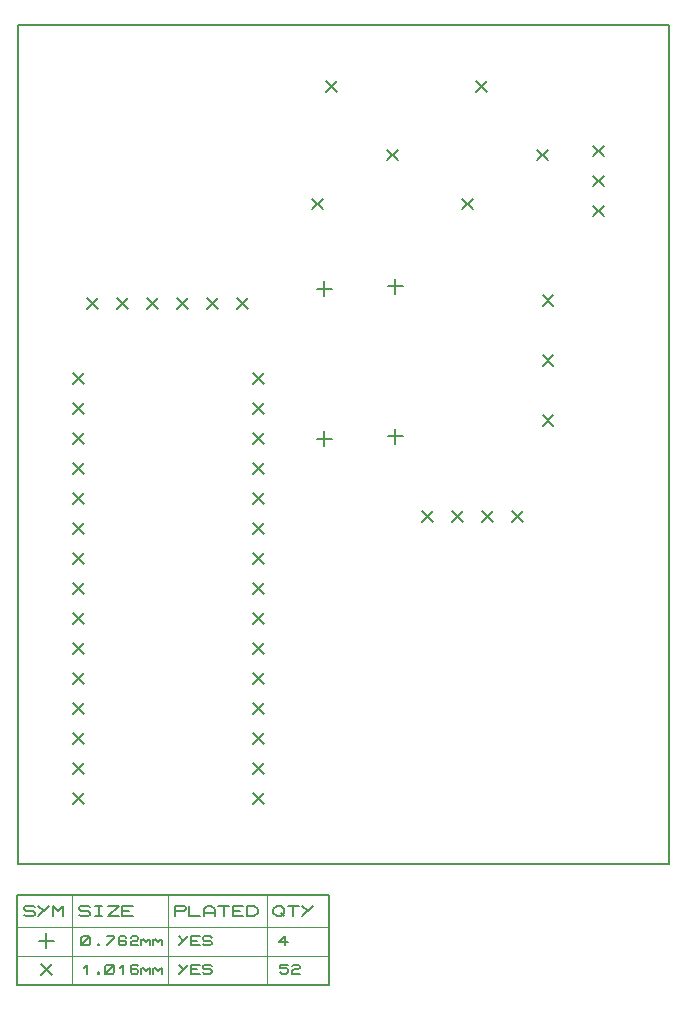
<source format=gbr>
G04 PROTEUS RS274X GERBER FILE*
%FSLAX45Y45*%
%MOMM*%
G01*
%ADD16C,0.203200*%
%ADD26C,0.127000*%
%ADD27C,0.063500*%
D16*
X-908901Y-7603099D02*
X-819099Y-7692901D01*
X-908901Y-7692901D02*
X-819099Y-7603099D01*
X-908901Y-7349099D02*
X-819099Y-7438901D01*
X-908901Y-7438901D02*
X-819099Y-7349099D01*
X-908901Y-7095099D02*
X-819099Y-7184901D01*
X-908901Y-7184901D02*
X-819099Y-7095099D01*
X-908901Y-6841099D02*
X-819099Y-6930901D01*
X-908901Y-6930901D02*
X-819099Y-6841099D01*
X-908901Y-6587099D02*
X-819099Y-6676901D01*
X-908901Y-6676901D02*
X-819099Y-6587099D01*
X-908901Y-6333099D02*
X-819099Y-6422901D01*
X-908901Y-6422901D02*
X-819099Y-6333099D01*
X-908901Y-6079099D02*
X-819099Y-6168901D01*
X-908901Y-6168901D02*
X-819099Y-6079099D01*
X-908901Y-5825099D02*
X-819099Y-5914901D01*
X-908901Y-5914901D02*
X-819099Y-5825099D01*
X-908901Y-5571099D02*
X-819099Y-5660901D01*
X-908901Y-5660901D02*
X-819099Y-5571099D01*
X-908901Y-5317099D02*
X-819099Y-5406901D01*
X-908901Y-5406901D02*
X-819099Y-5317099D01*
X-908901Y-5063099D02*
X-819099Y-5152901D01*
X-908901Y-5152901D02*
X-819099Y-5063099D01*
X-908901Y-4809099D02*
X-819099Y-4898901D01*
X-908901Y-4898901D02*
X-819099Y-4809099D01*
X-908901Y-4555099D02*
X-819099Y-4644901D01*
X-908901Y-4644901D02*
X-819099Y-4555099D01*
X-908901Y-4301099D02*
X-819099Y-4390901D01*
X-908901Y-4390901D02*
X-819099Y-4301099D01*
X-908901Y-4047099D02*
X-819099Y-4136901D01*
X-908901Y-4136901D02*
X-819099Y-4047099D01*
X-2432901Y-4047099D02*
X-2343099Y-4136901D01*
X-2432901Y-4136901D02*
X-2343099Y-4047099D01*
X-2432901Y-4301099D02*
X-2343099Y-4390901D01*
X-2432901Y-4390901D02*
X-2343099Y-4301099D01*
X-2432901Y-4555099D02*
X-2343099Y-4644901D01*
X-2432901Y-4644901D02*
X-2343099Y-4555099D01*
X-2432901Y-4809099D02*
X-2343099Y-4898901D01*
X-2432901Y-4898901D02*
X-2343099Y-4809099D01*
X-2432901Y-5063099D02*
X-2343099Y-5152901D01*
X-2432901Y-5152901D02*
X-2343099Y-5063099D01*
X-2432901Y-5317099D02*
X-2343099Y-5406901D01*
X-2432901Y-5406901D02*
X-2343099Y-5317099D01*
X-2432901Y-5571099D02*
X-2343099Y-5660901D01*
X-2432901Y-5660901D02*
X-2343099Y-5571099D01*
X-2432901Y-5825099D02*
X-2343099Y-5914901D01*
X-2432901Y-5914901D02*
X-2343099Y-5825099D01*
X-2432901Y-6079099D02*
X-2343099Y-6168901D01*
X-2432901Y-6168901D02*
X-2343099Y-6079099D01*
X-2432901Y-6333099D02*
X-2343099Y-6422901D01*
X-2432901Y-6422901D02*
X-2343099Y-6333099D01*
X-2432901Y-6587099D02*
X-2343099Y-6676901D01*
X-2432901Y-6676901D02*
X-2343099Y-6587099D01*
X-2432901Y-6841099D02*
X-2343099Y-6930901D01*
X-2432901Y-6930901D02*
X-2343099Y-6841099D01*
X-2432901Y-7095099D02*
X-2343099Y-7184901D01*
X-2432901Y-7184901D02*
X-2343099Y-7095099D01*
X-2432901Y-7349099D02*
X-2343099Y-7438901D01*
X-2432901Y-7438901D02*
X-2343099Y-7349099D01*
X-2432901Y-7603099D02*
X-2343099Y-7692901D01*
X-2432901Y-7692901D02*
X-2343099Y-7603099D01*
X+519399Y-5215399D02*
X+609201Y-5305201D01*
X+519399Y-5305201D02*
X+609201Y-5215399D01*
X+773399Y-5215399D02*
X+863201Y-5305201D01*
X+773399Y-5305201D02*
X+863201Y-5215399D01*
X+1027399Y-5215399D02*
X+1117201Y-5305201D01*
X+1027399Y-5305201D02*
X+1117201Y-5215399D01*
X+1281399Y-5215399D02*
X+1371201Y-5305201D01*
X+1281399Y-5305201D02*
X+1371201Y-5215399D01*
X-2315901Y-3412099D02*
X-2226099Y-3501901D01*
X-2315901Y-3501901D02*
X-2226099Y-3412099D01*
X-2061901Y-3412099D02*
X-1972099Y-3501901D01*
X-2061901Y-3501901D02*
X-1972099Y-3412099D01*
X-1807901Y-3412099D02*
X-1718099Y-3501901D01*
X-1807901Y-3501901D02*
X-1718099Y-3412099D01*
X-1553901Y-3412099D02*
X-1464099Y-3501901D01*
X-1553901Y-3501901D02*
X-1464099Y-3412099D01*
X-1299901Y-3412099D02*
X-1210099Y-3501901D01*
X-1299901Y-3501901D02*
X-1210099Y-3412099D01*
X-1045901Y-3412099D02*
X-956099Y-3501901D01*
X-1045901Y-3501901D02*
X-956099Y-3412099D01*
X+1540099Y-3381799D02*
X+1629901Y-3471601D01*
X+1540099Y-3471601D02*
X+1629901Y-3381799D01*
X+1540099Y-3889799D02*
X+1629901Y-3979601D01*
X+1540099Y-3979601D02*
X+1629901Y-3889799D01*
X+1540099Y-4397799D02*
X+1629901Y-4487601D01*
X+1540099Y-4487601D02*
X+1629901Y-4397799D01*
X+1491799Y-2152199D02*
X+1581601Y-2242001D01*
X+1491799Y-2242001D02*
X+1581601Y-2152199D01*
X+221799Y-2152199D02*
X+311601Y-2242001D01*
X+221799Y-2242001D02*
X+311601Y-2152199D01*
X+859099Y-2566199D02*
X+948901Y-2656001D01*
X+859099Y-2656001D02*
X+948901Y-2566199D01*
X-410901Y-2566199D02*
X-321099Y-2656001D01*
X-410901Y-2656001D02*
X-321099Y-2566199D01*
X+1969099Y-2118099D02*
X+2058901Y-2207901D01*
X+1969099Y-2207901D02*
X+2058901Y-2118099D01*
X+1969099Y-2372099D02*
X+2058901Y-2461901D01*
X+1969099Y-2461901D02*
X+2058901Y-2372099D01*
X+1969099Y-2626099D02*
X+2058901Y-2715901D01*
X+1969099Y-2715901D02*
X+2058901Y-2626099D01*
X+976799Y-1572799D02*
X+1066601Y-1662601D01*
X+976799Y-1662601D02*
X+1066601Y-1572799D01*
X-293201Y-1572799D02*
X-203399Y-1662601D01*
X-293201Y-1662601D02*
X-203399Y-1572799D01*
X-311400Y-3265200D02*
X-311400Y-3392200D01*
X-374900Y-3328700D02*
X-247900Y-3328700D01*
X-311400Y-4535200D02*
X-311400Y-4662200D01*
X-374900Y-4598700D02*
X-247900Y-4598700D01*
X+290000Y-3245500D02*
X+290000Y-3372500D01*
X+226500Y-3309000D02*
X+353500Y-3309000D01*
X+290000Y-4515500D02*
X+290000Y-4642500D01*
X+226500Y-4579000D02*
X+353500Y-4579000D01*
X-2900000Y-8200000D02*
X+2613000Y-8200000D01*
X+2613000Y-1097600D01*
X-2900000Y-1097600D01*
X-2900000Y-8200000D01*
D26*
X-2910160Y-9226160D02*
X-266020Y-9226160D01*
X-266020Y-8464160D01*
X-2910160Y-8464160D01*
X-2910160Y-9226160D01*
D27*
X-2442798Y-8464160D02*
X-2442798Y-9226160D01*
X-1629998Y-8464160D02*
X-1629998Y-9226160D01*
X-796878Y-8464160D02*
X-796878Y-9226160D01*
X-2910160Y-8737210D02*
X-266020Y-8737210D01*
X-2910160Y-8978510D02*
X-266020Y-8978510D01*
D26*
X-2853010Y-8627990D02*
X-2837770Y-8643230D01*
X-2776810Y-8643230D01*
X-2761570Y-8627990D01*
X-2761570Y-8612750D01*
X-2776810Y-8597510D01*
X-2837770Y-8597510D01*
X-2853010Y-8582270D01*
X-2853010Y-8567030D01*
X-2837770Y-8551790D01*
X-2776810Y-8551790D01*
X-2761570Y-8567030D01*
X-2639650Y-8551790D02*
X-2731090Y-8643230D01*
X-2731090Y-8551790D02*
X-2685370Y-8597510D01*
X-2609170Y-8643230D02*
X-2609170Y-8551790D01*
X-2563450Y-8597510D01*
X-2517730Y-8551790D01*
X-2517730Y-8643230D01*
X-2385650Y-8627990D02*
X-2370410Y-8643230D01*
X-2309450Y-8643230D01*
X-2294210Y-8627990D01*
X-2294210Y-8612750D01*
X-2309450Y-8597510D01*
X-2370410Y-8597510D01*
X-2385650Y-8582270D01*
X-2385650Y-8567030D01*
X-2370410Y-8551790D01*
X-2309450Y-8551790D01*
X-2294210Y-8567030D01*
X-2248490Y-8551790D02*
X-2187530Y-8551790D01*
X-2218010Y-8551790D02*
X-2218010Y-8643230D01*
X-2248490Y-8643230D02*
X-2187530Y-8643230D01*
X-2141810Y-8551790D02*
X-2050370Y-8551790D01*
X-2141810Y-8643230D01*
X-2050370Y-8643230D01*
X-1928450Y-8643230D02*
X-2019890Y-8643230D01*
X-2019890Y-8551790D01*
X-1928450Y-8551790D01*
X-2019890Y-8597510D02*
X-1958930Y-8597510D01*
X-1572850Y-8643230D02*
X-1572850Y-8551790D01*
X-1496650Y-8551790D01*
X-1481410Y-8567030D01*
X-1481410Y-8582270D01*
X-1496650Y-8597510D01*
X-1572850Y-8597510D01*
X-1450930Y-8551790D02*
X-1450930Y-8643230D01*
X-1359490Y-8643230D01*
X-1329010Y-8643230D02*
X-1329010Y-8582270D01*
X-1298530Y-8551790D01*
X-1268050Y-8551790D01*
X-1237570Y-8582270D01*
X-1237570Y-8643230D01*
X-1329010Y-8612750D02*
X-1237570Y-8612750D01*
X-1207090Y-8551790D02*
X-1115650Y-8551790D01*
X-1161370Y-8551790D02*
X-1161370Y-8643230D01*
X-993730Y-8643230D02*
X-1085170Y-8643230D01*
X-1085170Y-8551790D01*
X-993730Y-8551790D01*
X-1085170Y-8597510D02*
X-1024210Y-8597510D01*
X-963250Y-8643230D02*
X-963250Y-8551790D01*
X-902290Y-8551790D01*
X-871810Y-8582270D01*
X-871810Y-8612750D01*
X-902290Y-8643230D01*
X-963250Y-8643230D01*
X-739730Y-8582270D02*
X-709250Y-8551790D01*
X-678770Y-8551790D01*
X-648290Y-8582270D01*
X-648290Y-8612750D01*
X-678770Y-8643230D01*
X-709250Y-8643230D01*
X-739730Y-8612750D01*
X-739730Y-8582270D01*
X-678770Y-8612750D02*
X-648290Y-8643230D01*
X-617810Y-8551790D02*
X-526370Y-8551790D01*
X-572090Y-8551790D02*
X-572090Y-8643230D01*
X-404450Y-8551790D02*
X-495890Y-8643230D01*
X-495890Y-8551790D02*
X-450170Y-8597510D01*
D16*
X-2663780Y-8788010D02*
X-2663780Y-8915010D01*
X-2727280Y-8851510D02*
X-2600280Y-8851510D01*
D26*
X-2366600Y-8876910D02*
X-2366600Y-8826110D01*
X-2353900Y-8813410D01*
X-2303100Y-8813410D01*
X-2290400Y-8826110D01*
X-2290400Y-8876910D01*
X-2303100Y-8889610D01*
X-2353900Y-8889610D01*
X-2366600Y-8876910D01*
X-2366600Y-8889610D02*
X-2290400Y-8813410D01*
X-2226900Y-8876910D02*
X-2214200Y-8876910D01*
X-2214200Y-8889610D01*
X-2226900Y-8889610D01*
X-2226900Y-8876910D01*
X-2150700Y-8813410D02*
X-2087200Y-8813410D01*
X-2087200Y-8826110D01*
X-2150700Y-8889610D01*
X-1985600Y-8826110D02*
X-1998300Y-8813410D01*
X-2036400Y-8813410D01*
X-2049100Y-8826110D01*
X-2049100Y-8876910D01*
X-2036400Y-8889610D01*
X-1998300Y-8889610D01*
X-1985600Y-8876910D01*
X-1985600Y-8864210D01*
X-1998300Y-8851510D01*
X-2049100Y-8851510D01*
X-1947500Y-8826110D02*
X-1934800Y-8813410D01*
X-1896700Y-8813410D01*
X-1884000Y-8826110D01*
X-1884000Y-8838810D01*
X-1896700Y-8851510D01*
X-1934800Y-8851510D01*
X-1947500Y-8864210D01*
X-1947500Y-8889610D01*
X-1884000Y-8889610D01*
X-1858600Y-8889610D02*
X-1858600Y-8838810D01*
X-1858600Y-8851510D02*
X-1845900Y-8838810D01*
X-1820500Y-8864210D01*
X-1795100Y-8838810D01*
X-1782400Y-8851510D01*
X-1782400Y-8889610D01*
X-1757000Y-8889610D02*
X-1757000Y-8838810D01*
X-1757000Y-8851510D02*
X-1744300Y-8838810D01*
X-1718900Y-8864210D01*
X-1693500Y-8838810D01*
X-1680800Y-8851510D01*
X-1680800Y-8889610D01*
X-1464900Y-8813410D02*
X-1541100Y-8889610D01*
X-1541100Y-8813410D02*
X-1503000Y-8851510D01*
X-1363300Y-8889610D02*
X-1439500Y-8889610D01*
X-1439500Y-8813410D01*
X-1363300Y-8813410D01*
X-1439500Y-8851510D02*
X-1388700Y-8851510D01*
X-1337900Y-8876910D02*
X-1325200Y-8889610D01*
X-1274400Y-8889610D01*
X-1261700Y-8876910D01*
X-1261700Y-8864210D01*
X-1274400Y-8851510D01*
X-1325200Y-8851510D01*
X-1337900Y-8838810D01*
X-1337900Y-8826110D01*
X-1325200Y-8813410D01*
X-1274400Y-8813410D01*
X-1261700Y-8826110D01*
X-619080Y-8864210D02*
X-695280Y-8864210D01*
X-644480Y-8813410D01*
X-644480Y-8889610D01*
D16*
X-2708681Y-9047909D02*
X-2618879Y-9137711D01*
X-2708681Y-9137711D02*
X-2618879Y-9047909D01*
D26*
X-2341200Y-9080110D02*
X-2315800Y-9054710D01*
X-2315800Y-9130910D01*
X-2226900Y-9118210D02*
X-2214200Y-9118210D01*
X-2214200Y-9130910D01*
X-2226900Y-9130910D01*
X-2226900Y-9118210D01*
X-2163400Y-9118210D02*
X-2163400Y-9067410D01*
X-2150700Y-9054710D01*
X-2099900Y-9054710D01*
X-2087200Y-9067410D01*
X-2087200Y-9118210D01*
X-2099900Y-9130910D01*
X-2150700Y-9130910D01*
X-2163400Y-9118210D01*
X-2163400Y-9130910D02*
X-2087200Y-9054710D01*
X-2036400Y-9080110D02*
X-2011000Y-9054710D01*
X-2011000Y-9130910D01*
X-1884000Y-9067410D02*
X-1896700Y-9054710D01*
X-1934800Y-9054710D01*
X-1947500Y-9067410D01*
X-1947500Y-9118210D01*
X-1934800Y-9130910D01*
X-1896700Y-9130910D01*
X-1884000Y-9118210D01*
X-1884000Y-9105510D01*
X-1896700Y-9092810D01*
X-1947500Y-9092810D01*
X-1858600Y-9130910D02*
X-1858600Y-9080110D01*
X-1858600Y-9092810D02*
X-1845900Y-9080110D01*
X-1820500Y-9105510D01*
X-1795100Y-9080110D01*
X-1782400Y-9092810D01*
X-1782400Y-9130910D01*
X-1757000Y-9130910D02*
X-1757000Y-9080110D01*
X-1757000Y-9092810D02*
X-1744300Y-9080110D01*
X-1718900Y-9105510D01*
X-1693500Y-9080110D01*
X-1680800Y-9092810D01*
X-1680800Y-9130910D01*
X-1464900Y-9054710D02*
X-1541100Y-9130910D01*
X-1541100Y-9054710D02*
X-1503000Y-9092810D01*
X-1363300Y-9130910D02*
X-1439500Y-9130910D01*
X-1439500Y-9054710D01*
X-1363300Y-9054710D01*
X-1439500Y-9092810D02*
X-1388700Y-9092810D01*
X-1337900Y-9118210D02*
X-1325200Y-9130910D01*
X-1274400Y-9130910D01*
X-1261700Y-9118210D01*
X-1261700Y-9105510D01*
X-1274400Y-9092810D01*
X-1325200Y-9092810D01*
X-1337900Y-9080110D01*
X-1337900Y-9067410D01*
X-1325200Y-9054710D01*
X-1274400Y-9054710D01*
X-1261700Y-9067410D01*
X-619080Y-9054710D02*
X-682580Y-9054710D01*
X-682580Y-9080110D01*
X-631780Y-9080110D01*
X-619080Y-9092810D01*
X-619080Y-9118210D01*
X-631780Y-9130910D01*
X-669880Y-9130910D01*
X-682580Y-9118210D01*
X-580980Y-9067410D02*
X-568280Y-9054710D01*
X-530180Y-9054710D01*
X-517480Y-9067410D01*
X-517480Y-9080110D01*
X-530180Y-9092810D01*
X-568280Y-9092810D01*
X-580980Y-9105510D01*
X-580980Y-9130910D01*
X-517480Y-9130910D01*
M02*

</source>
